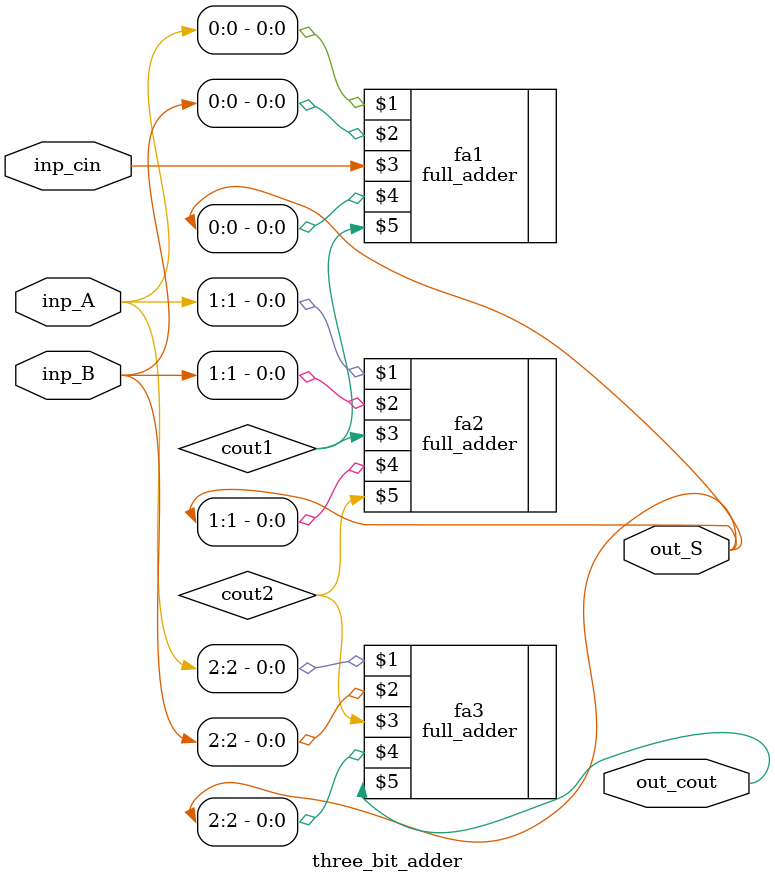
<source format=v>
`timescale 1ns / 1ps


module three_bit_adder(inp_A, inp_B, inp_cin, out_S, out_cout);

input [2:0] inp_A, inp_B;
input inp_cin;
output [2:0] out_S;
output out_cout;
wire cout1, cout2;

full_adder fa1(inp_A[0], inp_B[0], inp_cin, out_S[0], cout1);
full_adder fa2(inp_A[1], inp_B[1], cout1, out_S[1], cout2);
full_adder fa3(inp_A[2], inp_B[2], cout2, out_S[2], out_cout);


endmodule
</source>
